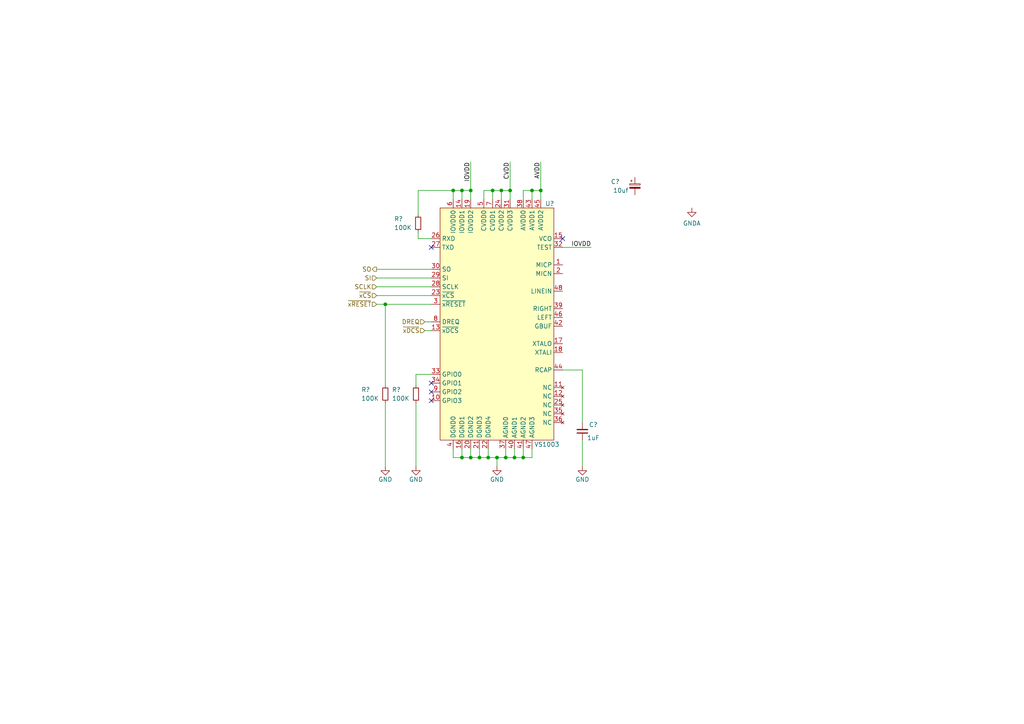
<source format=kicad_sch>
(kicad_sch (version 20211123) (generator eeschema)
  (paper "A4")
  (lib_symbols
    (symbol "Device:C_Polarized_Small" (pin_numbers hide) (pin_names (offset 0.254) hide)
      (property "Reference" "C" (at 0.254 1.778 0))
      (property "Value" "C_Polarized_Small" (at 0.254 -2.032 0))
      (symbol "C_Polarized_Small_0_1"
        (rectangle (start -1.524 -0.3048) (end 1.524 -0.6858) (fill (type outline)))
        (rectangle (start -1.524 0.6858) (end 1.524 0.3048))
        (polyline (pts (xy -1.27 1.524) (xy -0.762 1.524)))
        (polyline (pts (xy -1.016 1.27) (xy -1.016 1.778)))
      )
      (symbol "C_Polarized_Small_1_1"
        (pin passive line (at 0 2.54 270) (length 1.8542) (name "~") (number "1"))
        (pin passive line (at 0 -2.54 90) (length 1.8542) (name "~") (number "2"))
      )
    )
    (symbol "Device:C_Small" (pin_numbers hide) (pin_names (offset 0.254) hide)
      (property "Reference" "C" (at 0.254 1.778 0))
      (property "Value" "C_Small" (at 0.254 -2.032 0))
      (symbol "C_Small_0_1"
        (polyline (pts (xy -1.524 -0.508) (xy 1.524 -0.508)) (stroke (width 0.3302)))
        (polyline (pts (xy -1.524 0.508) (xy 1.524 0.508)) (stroke (width 0.3048)))
      )
      (symbol "C_Small_1_1"
        (pin passive line (at 0 2.54 270) (length 2.032) (name "~") (number "1"))
        (pin passive line (at 0 -2.54 90) (length 2.032) (name "~") (number "2"))
      )
    )
    (symbol "Device:R_Small" (pin_numbers hide) (pin_names (offset 0.254) hide)
      (property "Reference" "R" (at 0.762 0.508 0))
      (property "Value" "R_Small" (at 0.762 -1.016 0))
      (symbol "R_Small_0_1"
        (rectangle (start -0.762 1.778) (end 0.762 -1.778) (stroke (width 0.2032)))
      )
      (symbol "R_Small_1_1"
        (pin passive line (at 0 2.54 270) (length 0.762) (name "~") (number "1"))
        (pin passive line (at 0 -2.54 90) (length 0.762) (name "~") (number "2"))
      )
    )
    (symbol "KenwoodFox:VS1003"
      (property "Reference" "U" (at 15.24 34.29 0))
      (property "Value" "VS1003" (at 15.24 -35.56 0))
      (symbol "VS1003_0_0"
        (pin no_connect line (at 19.05 -19.05 180) (length 2.54) (name "NC") (number "11"))
        (pin no_connect line (at 19.05 -21.59 180) (length 2.54) (name "NC") (number "12"))
        (pin no_connect line (at 19.05 -24.13 180) (length 2.54) (name "NC") (number "25"))
        (pin no_connect line (at 19.05 -26.67 180) (length 2.54) (name "NC") (number "35"))
        (pin no_connect line (at 19.05 -29.21 180) (length 2.54) (name "NC") (number "36"))
        (pin power_in line (at 2.54 -36.83 90) (length 2.54) (name "AGND0") (number "37"))
        (pin power_in line (at 7.62 35.56 270) (length 2.54) (name "AVDD0") (number "38"))
        (pin output line (at 19.05 3.81 180) (length 2.54) (name "RIGHT") (number "39"))
        (pin power_in line (at 5.08 -36.83 90) (length 2.54) (name "AGND1") (number "40"))
        (pin power_in line (at 7.62 -36.83 90) (length 2.54) (name "AGND2") (number "41"))
        (pin output line (at 19.05 -1.27 180) (length 2.54) (name "GBUF") (number "42"))
        (pin power_in line (at 10.16 35.56 270) (length 2.54) (name "AVDD1") (number "43"))
        (pin bidirectional line (at 19.05 -13.97 180) (length 2.54) (name "RCAP") (number "44"))
        (pin power_in line (at 12.7 35.56 270) (length 2.54) (name "AVDD2") (number "45"))
        (pin output line (at 19.05 1.27 180) (length 2.54) (name "LEFT") (number "46"))
        (pin power_in line (at 10.16 -36.83 90) (length 2.54) (name "AGND3") (number "47"))
        (pin input line (at 19.05 8.89 180) (length 2.54) (name "LINEIN") (number "48"))
      )
      (symbol "VS1003_0_1"
        (rectangle (start -16.51 33.02) (end 16.51 -34.29) (fill (type background)))
      )
      (symbol "VS1003_1_1"
        (pin input line (at 19.05 16.51 180) (length 2.54) (name "MICP") (number "1"))
        (pin bidirectional line (at -19.05 -22.86 0) (length 2.54) (name "GPIO3") (number "10"))
        (pin input line (at -19.05 -2.54 0) (length 2.54) (name "~{xDCS}") (number "13"))
        (pin power_in line (at -10.16 35.56 270) (length 2.54) (name "IOVDD1") (number "14"))
        (pin output line (at 19.05 24.13 180) (length 2.54) (name "VCO") (number "15"))
        (pin power_in line (at -10.16 -36.83 90) (length 2.54) (name "DGND1") (number "16"))
        (pin output line (at 19.05 -6.35 180) (length 2.54) (name "XTALO") (number "17"))
        (pin output line (at 19.05 -8.89 180) (length 2.54) (name "XTALI") (number "18"))
        (pin power_in line (at -7.62 35.56 270) (length 2.54) (name "IOVDD2") (number "19"))
        (pin input line (at 19.05 13.97 180) (length 2.54) (name "MICN") (number "2"))
        (pin power_in line (at -7.62 -36.83 90) (length 2.54) (name "DGND2") (number "20"))
        (pin power_in line (at -5.08 -36.83 90) (length 2.54) (name "DGND3") (number "21"))
        (pin power_in line (at -2.54 -36.83 90) (length 2.54) (name "DGND4") (number "22"))
        (pin input line (at -19.05 7.62 0) (length 2.54) (name "~{xCS}") (number "23"))
        (pin power_in line (at 1.27 35.56 270) (length 2.54) (name "CVDD2") (number "24"))
        (pin input line (at -19.05 24.13 0) (length 2.54) (name "RXD") (number "26"))
        (pin output line (at -19.05 21.59 0) (length 2.54) (name "TXD") (number "27"))
        (pin input line (at -19.05 10.16 0) (length 2.54) (name "SCLK") (number "28"))
        (pin input line (at -19.05 12.7 0) (length 2.54) (name "SI") (number "29"))
        (pin input line (at -19.05 5.08 0) (length 2.54) (name "~{xRESET}") (number "3"))
        (pin output line (at -19.05 15.24 0) (length 2.54) (name "SO") (number "30"))
        (pin power_in line (at 3.81 35.56 270) (length 2.54) (name "CVDD3") (number "31"))
        (pin input line (at 19.05 21.59 180) (length 2.54) (name "TEST") (number "32"))
        (pin bidirectional line (at -19.05 -15.24 0) (length 2.54) (name "GPIO0") (number "33"))
        (pin bidirectional line (at -19.05 -17.78 0) (length 2.54) (name "GPIO1") (number "34"))
        (pin power_in line (at -12.7 -36.83 90) (length 2.54) (name "DGND0") (number "4"))
        (pin power_in line (at -3.81 35.56 270) (length 2.54) (name "CVDD0") (number "5"))
        (pin power_in line (at -12.7 35.56 270) (length 2.54) (name "IOVDD0") (number "6"))
        (pin power_in line (at -1.27 35.56 270) (length 2.54) (name "CVDD1") (number "7"))
        (pin input line (at -19.05 0 0) (length 2.54) (name "DREQ") (number "8"))
        (pin bidirectional line (at -19.05 -20.32 0) (length 2.54) (name "GPIO2") (number "9"))
      )
    )
    (symbol "power:GND" (power) (pin_names (offset 0))
      (property "Value" "GND" (at 0 -3.81 0))
      (symbol "GND_0_1"
        (polyline (pts (xy 0 0) (xy 0 -1.27) (xy 1.27 -1.27) (xy 0 -2.54) (xy -1.27 -1.27) (xy 0 -1.27)))
      )
      (symbol "GND_1_1"
        (pin power_in line (at 0 0 270) (length 0) hide (name "GND") (number "1"))
      )
    )
    (symbol "power:GNDA" (power) (pin_names (offset 0))
      (property "Value" "GNDA" (at 0 -3.81 0))
      (symbol "GNDA_0_1"
        (polyline (pts (xy 0 0) (xy 0 -1.27) (xy 1.27 -1.27) (xy 0 -2.54) (xy -1.27 -1.27) (xy 0 -1.27)))
      )
      (symbol "GNDA_1_1"
        (pin power_in line (at 0 0 270) (length 0) hide (name "GNDA") (number "1"))
      )
    )
  )
  (junction (at 146.685 132.715))
  (junction (at 111.76 88.265))
  (junction (at 142.875 55.245))
  (junction (at 147.955 55.245))
  (junction (at 131.445 55.245))
  (junction (at 133.985 132.715))
  (junction (at 144.145 132.715))
  (junction (at 156.845 55.245))
  (junction (at 136.525 55.245))
  (junction (at 149.225 132.715))
  (junction (at 145.415 55.245))
  (junction (at 151.765 132.715))
  (junction (at 133.985 55.245))
  (junction (at 141.605 132.715))
  (junction (at 136.525 132.715))
  (junction (at 139.065 132.715))
  (junction (at 154.305 55.245))
  (no_connect (at 163.195 69.215))
  (no_connect (at 125.095 116.205))
  (no_connect (at 125.095 71.755))
  (no_connect (at 125.095 111.125))
  (no_connect (at 125.095 113.665))
  (wire (pts (xy 144.145 132.715) (xy 144.145 135.255)))
  (wire (pts (xy 136.525 132.715) (xy 139.065 132.715)))
  (wire (pts (xy 133.985 130.175) (xy 133.985 132.715)))
  (wire (pts (xy 154.305 130.175) (xy 154.305 132.715)))
  (wire (pts (xy 121.285 55.245) (xy 121.285 62.23)))
  (wire (pts (xy 125.095 108.585) (xy 120.65 108.585)))
  (wire (pts (xy 123.19 93.345) (xy 125.095 93.345)))
  (wire (pts (xy 149.225 130.175) (xy 149.225 132.715)))
  (wire (pts (xy 156.845 55.245) (xy 156.845 57.785)))
  (wire (pts (xy 154.305 55.245) (xy 156.845 55.245)))
  (wire (pts (xy 168.91 122.555) (xy 168.91 107.315)))
  (wire (pts (xy 163.195 107.315) (xy 168.91 107.315)))
  (wire (pts (xy 146.685 130.175) (xy 146.685 132.715)))
  (wire (pts (xy 136.525 46.99) (xy 136.525 55.245)))
  (wire (pts (xy 147.955 46.99) (xy 147.955 55.245)))
  (wire (pts (xy 133.985 55.245) (xy 131.445 55.245)))
  (wire (pts (xy 131.445 132.715) (xy 133.985 132.715)))
  (wire (pts (xy 133.985 132.715) (xy 136.525 132.715)))
  (wire (pts (xy 151.765 130.175) (xy 151.765 132.715)))
  (wire (pts (xy 131.445 55.245) (xy 131.445 57.785)))
  (wire (pts (xy 121.285 67.31) (xy 121.285 69.215)))
  (wire (pts (xy 145.415 55.245) (xy 147.955 55.245)))
  (wire (pts (xy 144.145 132.715) (xy 146.685 132.715)))
  (wire (pts (xy 111.76 116.84) (xy 111.76 135.255)))
  (wire (pts (xy 120.65 116.84) (xy 120.65 135.255)))
  (wire (pts (xy 154.305 55.245) (xy 154.305 57.785)))
  (wire (pts (xy 111.76 88.265) (xy 111.76 111.76)))
  (wire (pts (xy 121.285 69.215) (xy 125.095 69.215)))
  (wire (pts (xy 163.195 71.755) (xy 171.45 71.755)))
  (wire (pts (xy 133.985 55.245) (xy 133.985 57.785)))
  (wire (pts (xy 139.065 130.175) (xy 139.065 132.715)))
  (wire (pts (xy 147.955 55.245) (xy 147.955 57.785)))
  (wire (pts (xy 109.22 83.185) (xy 125.095 83.185)))
  (wire (pts (xy 109.22 88.265) (xy 111.76 88.265)))
  (wire (pts (xy 109.22 80.645) (xy 125.095 80.645)))
  (wire (pts (xy 149.225 132.715) (xy 151.765 132.715)))
  (wire (pts (xy 123.19 95.885) (xy 125.095 95.885)))
  (wire (pts (xy 142.875 55.245) (xy 142.875 57.785)))
  (wire (pts (xy 141.605 130.175) (xy 141.605 132.715)))
  (wire (pts (xy 120.65 108.585) (xy 120.65 111.76)))
  (wire (pts (xy 141.605 132.715) (xy 144.145 132.715)))
  (wire (pts (xy 140.335 57.785) (xy 140.335 55.245)))
  (wire (pts (xy 140.335 55.245) (xy 142.875 55.245)))
  (wire (pts (xy 151.765 55.245) (xy 154.305 55.245)))
  (wire (pts (xy 151.765 132.715) (xy 154.305 132.715)))
  (wire (pts (xy 131.445 130.175) (xy 131.445 132.715)))
  (wire (pts (xy 168.91 127.635) (xy 168.91 135.255)))
  (wire (pts (xy 151.765 57.785) (xy 151.765 55.245)))
  (wire (pts (xy 139.065 132.715) (xy 141.605 132.715)))
  (wire (pts (xy 131.445 55.245) (xy 121.285 55.245)))
  (wire (pts (xy 156.845 46.99) (xy 156.845 55.245)))
  (wire (pts (xy 146.685 132.715) (xy 149.225 132.715)))
  (wire (pts (xy 142.875 55.245) (xy 145.415 55.245)))
  (wire (pts (xy 136.525 130.175) (xy 136.525 132.715)))
  (wire (pts (xy 133.985 55.245) (xy 136.525 55.245)))
  (wire (pts (xy 111.76 88.265) (xy 125.095 88.265)))
  (wire (pts (xy 109.22 78.105) (xy 125.095 78.105)))
  (wire (pts (xy 109.22 85.725) (xy 125.095 85.725)))
  (wire (pts (xy 145.415 55.245) (xy 145.415 57.785)))
  (wire (pts (xy 136.525 55.245) (xy 136.525 57.785)))
  (label "IOVDD" (at 171.45 71.755 180))
  (label "AVDD" (at 156.845 46.99 270))
  (label "IOVDD" (at 136.525 46.99 270))
  (label "CVDD" (at 147.955 46.99 270))
  (hierarchical_label "SO" (shape output) (at 109.22 78.105 180))
  (hierarchical_label "~{xDCS}" (shape input) (at 123.19 95.885 180))
  (hierarchical_label "~{xRESET}" (shape input) (at 109.22 88.265 180))
  (hierarchical_label "SCLK" (shape input) (at 109.22 83.185 180))
  (hierarchical_label "SI" (shape input) (at 109.22 80.645 180))
  (hierarchical_label "~{xCS}" (shape input) (at 109.22 85.725 180))
  (hierarchical_label "DREQ" (shape input) (at 123.19 93.345 180))
  (symbol (lib_id "power:GND") (at 168.91 135.255 0) (unit 1)
    (property "Reference" "#PWR?" (effects hide))
    (property "Value" "GND" (at 168.91 139.065 0))
  )
  (symbol (lib_id "KenwoodFox:VS1003") (at 144.145 93.345 0) (unit 1)
    (property "Reference" "U?" (at 158.115 59.055 0) (effects (justify left)))
    (property "Value" "VS1003" (at 154.94 128.905 0) (effects (justify left)))
    (property "Footprint" "Package_QFP:LQFP-48_7x7mm_P0.5mm" (effects hide))
    (property "Datasheet" "https://www.vlsi.fi/fileadmin/datasheets/vs1003.pdf" (effects hide))
  )
  (symbol (lib_id "power:GND") (at 144.145 135.255 0) (unit 1)
    (property "Reference" "#PWR?" (effects hide))
    (property "Value" "GND" (at 144.145 139.065 0))
  )
  (symbol (lib_id "Device:R_Small") (at 121.285 64.77 0) (unit 1)
    (property "Reference" "R?" (at 114.3 63.5 0) (effects (justify left)))
    (property "Value" "100K" (at 114.3 66.04 0) (effects (justify left)))
    (property "Footprint" "Resistor_SMD:R_0805_2012Metric" (effects hide))
  )
  (symbol (lib_id "Device:R_Small") (at 111.76 114.3 0) (unit 1)
    (property "Reference" "R?" (at 104.775 113.03 0) (effects (justify left)))
    (property "Value" "100K" (at 104.775 115.57 0) (effects (justify left)))
    (property "Footprint" "Resistor_SMD:R_0805_2012Metric" (effects hide))
  )
  (symbol (lib_id "Device:R_Small") (at 120.65 114.3 0) (unit 1)
    (property "Reference" "R?" (at 113.665 113.03 0) (effects (justify left)))
    (property "Value" "100K" (at 113.665 115.57 0) (effects (justify left)))
    (property "Footprint" "Resistor_SMD:R_0805_2012Metric" (effects hide))
  )
  (symbol (lib_id "Device:C_Small") (at 168.91 125.095 180) (unit 1)
    (property "Reference" "C?" (at 172.085 123.19 0))
    (property "Value" "1uF" (at 172.085 127 0))
    (property "Footprint" "Capacitor_SMD:C_0805_2012Metric" (effects hide))
  )
  (symbol (lib_id "Device:C_Polarized_Small") (at 184.15 53.975 0) (unit 1)
    (property "Reference" "C?" (at 177.165 52.705 0) (effects (justify left)))
    (property "Value" "10uf" (at 177.8 55.245 0) (effects (justify left)))
    (property "Footprint" "Capacitor_SMD:CP_Elec_4x3" (effects hide))
  )
  (symbol (lib_id "power:GND") (at 111.76 135.255 0) (unit 1)
    (property "Reference" "#PWR?" (effects hide))
    (property "Value" "GND" (at 111.76 139.065 0))
  )
  (symbol (lib_id "power:GNDA") (at 200.66 60.325 0) (unit 1)
    (property "Reference" "#PWR?" (effects hide))
    (property "Value" "GNDA" (at 200.66 64.77 0))
  )
  (symbol (lib_id "power:GND") (at 120.65 135.255 0) (unit 1)
    (property "Reference" "#PWR?" (effects hide))
    (property "Value" "GND" (at 120.65 139.065 0))
  )
)
</source>
